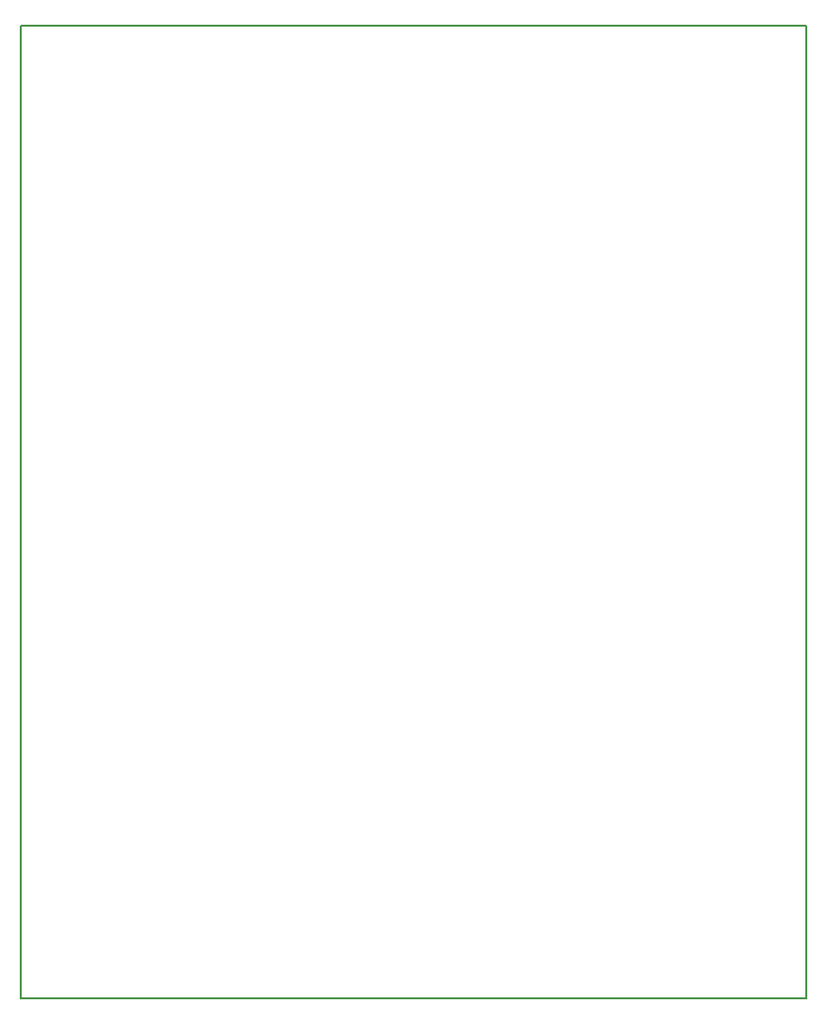
<source format=gm1>
%FSLAX24Y24*%
%MOIN*%
G70*
G01*
G75*
G04 Layer_Color=16711935*
%ADD10R,0.0320X0.0360*%
%ADD11O,0.0236X0.0866*%
%ADD12R,0.0385X0.0520*%
%ADD13R,0.0360X0.0320*%
%ADD14R,0.0800X0.0260*%
%ADD15C,0.0250*%
%ADD16C,0.1250*%
%ADD17C,0.0591*%
%ADD18R,0.0591X0.0591*%
%ADD19R,0.0591X0.0591*%
%ADD20C,0.0500*%
%ADD21R,0.0600X0.0600*%
%ADD22C,0.0100*%
%ADD23C,0.0098*%
%ADD24C,0.0080*%
%ADD25C,0.0079*%
%ADD26C,0.0050*%
%ADD27R,0.0400X0.0440*%
%ADD28O,0.0316X0.0946*%
%ADD29R,0.0465X0.0600*%
%ADD30R,0.0440X0.0400*%
%ADD31R,0.0880X0.0340*%
%ADD32C,0.1330*%
%ADD33C,0.0671*%
%ADD34R,0.0671X0.0671*%
%ADD35R,0.0671X0.0671*%
%ADD36C,0.0580*%
%ADD37R,0.0680X0.0680*%
D24*
X23000Y16450D02*
Y49250D01*
X49500Y16450D02*
Y49250D01*
X23000D02*
X49500D01*
X23000Y16450D02*
X49500D01*
M02*

</source>
